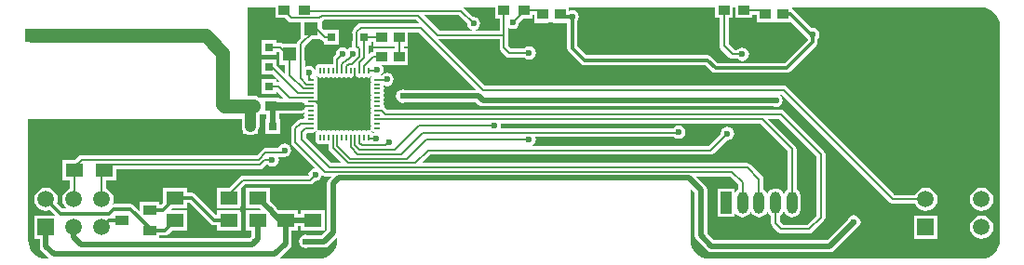
<source format=gbl>
G04 Layer_Physical_Order=2*
G04 Layer_Color=16711680*
%FSLAX44Y44*%
%MOMM*%
G71*
G01*
G75*
%ADD10R,0.7500X0.8000*%
%ADD11R,0.8000X0.7500*%
%ADD12R,1.0000X0.9500*%
%ADD13R,1.6002X1.2700*%
%ADD20C,0.2000*%
%ADD21C,0.5000*%
%ADD22C,1.0000*%
%ADD23R,1.0000X2.0000*%
%ADD24O,1.0000X2.0000*%
%ADD25C,1.5000*%
%ADD26R,1.5000X1.5000*%
%ADD27C,0.6000*%
%ADD28C,0.6600*%
%ADD29C,1.0000*%
%ADD30O,0.6500X0.2000*%
%ADD31O,0.2000X0.6500*%
%ADD32R,4.7000X4.7000*%
%ADD33R,1.3000X1.3000*%
%ADD34R,1.0000X1.0000*%
%ADD35R,1.2000X0.8500*%
%ADD36R,1.0000X0.8128*%
%ADD37C,0.3000*%
%ADD38C,0.8000*%
%ADD39C,1.0000*%
%ADD40C,1.2700*%
%ADD41R,0.7620X1.2700*%
G36*
X-261620Y40510D02*
X-257068D01*
Y36360D01*
X-258460D01*
Y22860D01*
X-244460D01*
Y36360D01*
X-245852D01*
Y40510D01*
X-245620D01*
Y41200D01*
X-226060D01*
X-224233Y41440D01*
X-222691Y42079D01*
X-222664Y42038D01*
X-222958Y41599D01*
X-223268Y40038D01*
X-222958Y38477D01*
X-222664Y38038D01*
X-222958Y37599D01*
X-223253Y36116D01*
X-226280D01*
X-226280Y36116D01*
X-227841Y35806D01*
X-229164Y34922D01*
X-233770Y30316D01*
X-234654Y28993D01*
X-234705Y28734D01*
X-234964Y27432D01*
X-234964Y27432D01*
Y15240D01*
X-234964Y15240D01*
X-234705Y13938D01*
X-234654Y13679D01*
X-233770Y12356D01*
X-213232Y-8182D01*
X-215193Y-8572D01*
X-217178Y-9898D01*
X-218504Y-11883D01*
X-218969Y-14224D01*
X-218911Y-14516D01*
X-219621Y-15226D01*
X-278384D01*
X-278384Y-15226D01*
X-279686Y-15485D01*
X-279945Y-15536D01*
X-281268Y-16420D01*
X-291312Y-26464D01*
X-302339D01*
Y-45164D01*
X-280337D01*
Y-27025D01*
X-276695Y-23382D01*
X-217932D01*
X-217932Y-23382D01*
X-216630Y-23123D01*
X-216371Y-23072D01*
X-215048Y-22188D01*
X-213144Y-20284D01*
X-212852Y-20341D01*
X-210511Y-19876D01*
X-208526Y-18550D01*
X-207200Y-16565D01*
X-206810Y-14604D01*
X-206722Y-14692D01*
X-206722Y-14692D01*
X-205399Y-15576D01*
X-205140Y-15627D01*
X-203838Y-15886D01*
X-203838Y-15886D01*
X-198061D01*
X-200561Y-18387D01*
X-201777Y-20206D01*
X-202204Y-22352D01*
Y-64733D01*
X-207047Y-69576D01*
X-219081D01*
X-219147Y-69532D01*
X-221488Y-69067D01*
X-223829Y-69532D01*
X-225814Y-70858D01*
X-227140Y-72843D01*
X-227605Y-75184D01*
X-227140Y-77525D01*
X-225814Y-79510D01*
X-223829Y-80836D01*
X-221488Y-81301D01*
X-219147Y-80836D01*
X-219081Y-80792D01*
X-204724D01*
X-202578Y-80365D01*
X-200759Y-79149D01*
X-192857Y-71248D01*
Y-74014D01*
X-192827Y-74166D01*
X-193134Y-77275D01*
X-194095Y-80444D01*
X-195656Y-83364D01*
X-197756Y-85924D01*
X-200316Y-88024D01*
X-203236Y-89585D01*
X-206405Y-90546D01*
X-209652Y-90866D01*
X-209700Y-90857D01*
X-245751D01*
X-245717Y-90833D01*
X-236065Y-81181D01*
X-234849Y-79362D01*
X-234422Y-77216D01*
Y-65230D01*
X-229029D01*
Y-61488D01*
X-226139D01*
Y-65230D01*
X-204137D01*
Y-46530D01*
X-226139D01*
Y-50272D01*
X-229029D01*
Y-46530D01*
X-246275D01*
X-247915Y-44891D01*
X-248710Y-43701D01*
X-254175Y-38235D01*
Y-26210D01*
X-276177D01*
Y-44910D01*
X-263362D01*
X-261742Y-46530D01*
X-276177D01*
Y-65230D01*
X-270784D01*
Y-70187D01*
X-271788Y-70858D01*
X-272580Y-72044D01*
X-354674D01*
Y-69866D01*
X-349758D01*
X-348002Y-69517D01*
X-346514Y-68522D01*
X-343221Y-65230D01*
X-329359D01*
Y-46530D01*
X-344841D01*
X-343221Y-44910D01*
X-329359D01*
Y-40148D01*
X-327020D01*
X-308044Y-59124D01*
X-306556Y-60119D01*
X-304800Y-60468D01*
X-302339D01*
Y-65484D01*
X-280337D01*
Y-46784D01*
X-302339D01*
Y-51292D01*
X-302899D01*
X-321876Y-32316D01*
X-323364Y-31321D01*
X-325120Y-30972D01*
X-329359D01*
Y-26210D01*
X-351361D01*
Y-40072D01*
X-353080Y-41792D01*
X-354620D01*
Y-39130D01*
X-372620D01*
Y-47612D01*
X-377756Y-42476D01*
X-379244Y-41481D01*
X-381000Y-41132D01*
X-396240D01*
X-397422Y-41367D01*
X-396678Y-39571D01*
X-396317Y-36830D01*
X-396678Y-34089D01*
X-397736Y-31535D01*
X-399419Y-29341D01*
X-401613Y-27658D01*
X-403084Y-27049D01*
Y-19764D01*
X-393621D01*
Y-9412D01*
X-263329D01*
X-263329Y-9412D01*
X-262027Y-9153D01*
X-261768Y-9102D01*
X-260445Y-8218D01*
X-257322Y-5094D01*
X-256459D01*
X-256294Y-5342D01*
X-254309Y-6668D01*
X-251968Y-7133D01*
X-249627Y-6668D01*
X-247642Y-5342D01*
X-246316Y-3357D01*
X-245851Y-1016D01*
X-246316Y1325D01*
X-246439Y1510D01*
X-243078D01*
X-243078Y1510D01*
X-241776Y1769D01*
X-241517Y1820D01*
X-241424Y1882D01*
X-240792Y1757D01*
X-238451Y2222D01*
X-236466Y3548D01*
X-235140Y5533D01*
X-234674Y7874D01*
X-235140Y10215D01*
X-236466Y12200D01*
X-238451Y13526D01*
X-240792Y13992D01*
X-243133Y13526D01*
X-245118Y12200D01*
X-246444Y10215D01*
X-246553Y9666D01*
X-258064D01*
X-259625Y9356D01*
X-260948Y8472D01*
X-260948Y8472D01*
X-266103Y3316D01*
X-425450D01*
X-427011Y3006D01*
X-428334Y2122D01*
X-428334Y2122D01*
X-431266Y-810D01*
X-442801D01*
Y-19510D01*
X-435878D01*
Y-26944D01*
X-437603Y-27658D01*
X-439797Y-29341D01*
X-441480Y-31535D01*
X-442538Y-34089D01*
X-442899Y-36830D01*
X-442538Y-39571D01*
X-441480Y-42125D01*
X-439797Y-44319D01*
X-438653Y-45196D01*
X-442854D01*
X-447771Y-40278D01*
X-447478Y-39571D01*
X-447117Y-36830D01*
X-447478Y-34089D01*
X-448536Y-31535D01*
X-450219Y-29341D01*
X-452413Y-27658D01*
X-454967Y-26600D01*
X-457708Y-26239D01*
X-460449Y-26600D01*
X-463003Y-27658D01*
X-465197Y-29341D01*
X-466880Y-31535D01*
X-467938Y-34089D01*
X-468299Y-36830D01*
X-467938Y-39571D01*
X-466880Y-42125D01*
X-465197Y-44319D01*
X-463003Y-46002D01*
X-460449Y-47060D01*
X-457708Y-47421D01*
X-454967Y-47060D01*
X-454260Y-46767D01*
X-449297Y-51730D01*
X-468208D01*
Y-72730D01*
X-463316D01*
Y-80010D01*
X-462889Y-82156D01*
X-461673Y-83975D01*
X-454815Y-90833D01*
X-454781Y-90857D01*
X-457200D01*
X-457248Y-90866D01*
X-460495Y-90546D01*
X-463664Y-89585D01*
X-466584Y-88024D01*
X-469144Y-85924D01*
X-471244Y-83364D01*
X-472805Y-80444D01*
X-473766Y-77275D01*
X-474086Y-74028D01*
X-474076Y-73980D01*
X-474076D01*
X-474076Y-73980D01*
Y36205D01*
X-279849D01*
Y29610D01*
X-279574Y27522D01*
X-278780Y25605D01*
Y22860D01*
X-276125D01*
X-275814Y22622D01*
X-273868Y21816D01*
X-271780Y21541D01*
X-269692Y21816D01*
X-267745Y22622D01*
X-267435Y22860D01*
X-264780D01*
Y25605D01*
X-263986Y27522D01*
X-263711Y29610D01*
Y40510D01*
X-261620D01*
Y43327D01*
X-261620Y43327D01*
Y40510D01*
D02*
G37*
G36*
X-176458Y76477D02*
X-175574Y75154D01*
X-174251Y74270D01*
X-172690Y73960D01*
X-171129Y74270D01*
X-170690Y74564D01*
X-170251Y74270D01*
X-168690Y73960D01*
X-167129Y74270D01*
X-166690Y74564D01*
X-166251Y74270D01*
X-164690Y73960D01*
X-163129Y74270D01*
X-161806Y75154D01*
X-161101Y76210D01*
X-159549D01*
X-159245Y76006D01*
X-160251Y75806D01*
X-161574Y74922D01*
X-162458Y73599D01*
X-162768Y72038D01*
X-162458Y70477D01*
X-162164Y70038D01*
X-162458Y69599D01*
X-162768Y68038D01*
X-162458Y66477D01*
X-162164Y66038D01*
X-162458Y65599D01*
X-162768Y64038D01*
X-162458Y62477D01*
X-162164Y62038D01*
X-162458Y61599D01*
X-162768Y60038D01*
X-162458Y58477D01*
X-162164Y58038D01*
X-162458Y57599D01*
X-162768Y56038D01*
X-162458Y54477D01*
X-162164Y54038D01*
X-162458Y53599D01*
X-162768Y52038D01*
X-162458Y50477D01*
X-162164Y50038D01*
X-162458Y49599D01*
X-162768Y48038D01*
X-162458Y46477D01*
X-162164Y46038D01*
X-162458Y45599D01*
X-162768Y44038D01*
X-162458Y42477D01*
X-162164Y42038D01*
X-162458Y41599D01*
X-162768Y40038D01*
X-162458Y38477D01*
X-162164Y38038D01*
X-162458Y37599D01*
X-162768Y36038D01*
X-162458Y34477D01*
X-162164Y34038D01*
X-162458Y33599D01*
X-162768Y32038D01*
X-162458Y30477D01*
X-162164Y30038D01*
X-162458Y29599D01*
X-162768Y28038D01*
X-162458Y26477D01*
X-161574Y25154D01*
X-160251Y24270D01*
X-159206Y24062D01*
X-159821Y23940D01*
X-160853Y23251D01*
X-160922Y23599D01*
X-161806Y24922D01*
X-163129Y25806D01*
X-164690Y26116D01*
X-166251Y25806D01*
X-166690Y25512D01*
X-167129Y25806D01*
X-168690Y26116D01*
X-170251Y25806D01*
X-170690Y25512D01*
X-171129Y25806D01*
X-172690Y26116D01*
X-174251Y25806D01*
X-174690Y25512D01*
X-175129Y25806D01*
X-176690Y26116D01*
X-178251Y25806D01*
X-178690Y25512D01*
X-179129Y25806D01*
X-180690Y26116D01*
X-182251Y25806D01*
X-182690Y25512D01*
X-183129Y25806D01*
X-184690Y26116D01*
X-186251Y25806D01*
X-186690Y25512D01*
X-187129Y25806D01*
X-188690Y26116D01*
X-190251Y25806D01*
X-190690Y25512D01*
X-191129Y25806D01*
X-192690Y26116D01*
X-194251Y25806D01*
X-194690Y25512D01*
X-195129Y25806D01*
X-196690Y26116D01*
X-198251Y25806D01*
X-198690Y25512D01*
X-199129Y25806D01*
X-200690Y26116D01*
X-202251Y25806D01*
X-202690Y25512D01*
X-203129Y25806D01*
X-204690Y26116D01*
X-206251Y25806D01*
X-206690Y25512D01*
X-207129Y25806D01*
X-208690Y26116D01*
X-210251Y25806D01*
X-211574Y24922D01*
X-212458Y23599D01*
X-212768Y22038D01*
Y17538D01*
X-212458Y15977D01*
X-211574Y14654D01*
X-210251Y13770D01*
X-208690Y13460D01*
X-207129Y13770D01*
X-206690Y14064D01*
X-206251Y13770D01*
X-204690Y13460D01*
X-203129Y13770D01*
X-202690Y14064D01*
X-202251Y13770D01*
X-200768Y13475D01*
Y10254D01*
X-200768Y10254D01*
X-200509Y8952D01*
X-200458Y8693D01*
X-199574Y7370D01*
X-188519Y-3685D01*
X-191812D01*
X-191951Y-3712D01*
X-198546D01*
X-221220Y18961D01*
Y23069D01*
X-220329Y23960D01*
X-214690D01*
X-213129Y24270D01*
X-211806Y25154D01*
X-210922Y26477D01*
X-210612Y28038D01*
X-210922Y29599D01*
X-211216Y30038D01*
X-210922Y30477D01*
X-210612Y32038D01*
X-210922Y33599D01*
X-211216Y34038D01*
X-210922Y34477D01*
X-210612Y36038D01*
X-210922Y37599D01*
X-211216Y38038D01*
X-210922Y38477D01*
X-210612Y40038D01*
X-210922Y41599D01*
X-211216Y42038D01*
X-210922Y42477D01*
X-210612Y44038D01*
X-210922Y45599D01*
X-211216Y46038D01*
X-210922Y46477D01*
X-210612Y48038D01*
X-210922Y49599D01*
X-211806Y50922D01*
X-213129Y51806D01*
X-214296Y52038D01*
X-213129Y52270D01*
X-211806Y53154D01*
X-210922Y54477D01*
X-210612Y56038D01*
X-210922Y57599D01*
X-211216Y58038D01*
X-210922Y58477D01*
X-210612Y60038D01*
X-210922Y61599D01*
X-211216Y62038D01*
X-210922Y62477D01*
X-210612Y64038D01*
X-210922Y65599D01*
X-211216Y66038D01*
X-210922Y66477D01*
X-210612Y68038D01*
X-210922Y69599D01*
X-211216Y70038D01*
X-210922Y70477D01*
X-210612Y72038D01*
X-210922Y73599D01*
X-211806Y74922D01*
X-213129Y75806D01*
X-213178Y75816D01*
X-212788Y76399D01*
X-212615Y77268D01*
X-212458Y76477D01*
X-211574Y75154D01*
X-210251Y74270D01*
X-208690Y73960D01*
X-207129Y74270D01*
X-206690Y74564D01*
X-206251Y74270D01*
X-204690Y73960D01*
X-203129Y74270D01*
X-202690Y74564D01*
X-202251Y74270D01*
X-200690Y73960D01*
X-199129Y74270D01*
X-198690Y74564D01*
X-198251Y74270D01*
X-196690Y73960D01*
X-195129Y74270D01*
X-194690Y74564D01*
X-194251Y74270D01*
X-192690Y73960D01*
X-191129Y74270D01*
X-190690Y74564D01*
X-190251Y74270D01*
X-188690Y73960D01*
X-187129Y74270D01*
X-186690Y74564D01*
X-186251Y74270D01*
X-184690Y73960D01*
X-183129Y74270D01*
X-182690Y74564D01*
X-182251Y74270D01*
X-180690Y73960D01*
X-179129Y74270D01*
X-177806Y75154D01*
X-176922Y76477D01*
X-176690Y77644D01*
X-176458Y76477D01*
D02*
G37*
G36*
X243064Y2375D02*
Y-51397D01*
X234531Y-59930D01*
X212763D01*
X209878Y-57045D01*
Y-51934D01*
X211506Y-50686D01*
X212788Y-49015D01*
X213300Y-47778D01*
X213812Y-49015D01*
X215094Y-50686D01*
X216765Y-51968D01*
X218712Y-52774D01*
X220800Y-53049D01*
X222888Y-52774D01*
X224834Y-51968D01*
X226506Y-50686D01*
X227788Y-49015D01*
X228594Y-47068D01*
X228869Y-44980D01*
Y-34980D01*
X228594Y-32892D01*
X227788Y-30945D01*
X226506Y-29274D01*
X224878Y-28026D01*
Y9070D01*
X224878Y9070D01*
X224619Y10372D01*
X224568Y10631D01*
X223684Y11954D01*
X223684Y11954D01*
X199076Y36562D01*
X208877D01*
X243064Y2375D01*
D02*
G37*
G36*
X216722Y7381D02*
Y-28026D01*
X215094Y-29274D01*
X213812Y-30945D01*
X213300Y-32182D01*
X212788Y-30945D01*
X211506Y-29274D01*
X209834Y-27992D01*
X207888Y-27186D01*
X205800Y-26911D01*
X203712Y-27186D01*
X201765Y-27992D01*
X200094Y-29274D01*
X198812Y-30945D01*
X198300Y-32182D01*
X197788Y-30945D01*
X196506Y-29274D01*
X194878Y-28026D01*
Y-18334D01*
X194568Y-16773D01*
X193684Y-15450D01*
X193684Y-15450D01*
X183113Y-4879D01*
X181790Y-3995D01*
X181531Y-3944D01*
X180229Y-3685D01*
X180229Y-3685D01*
X114849D01*
X114623Y-3730D01*
X-116072D01*
X-108547Y3796D01*
X146812D01*
X146812Y3796D01*
X148114Y4055D01*
X148373Y4106D01*
X149696Y4990D01*
X161760Y17055D01*
X162052Y16997D01*
X164393Y17462D01*
X166378Y18788D01*
X167704Y20773D01*
X168169Y23114D01*
X167704Y25455D01*
X166378Y27440D01*
X164393Y28766D01*
X162052Y29232D01*
X159711Y28766D01*
X157726Y27440D01*
X156400Y25455D01*
X155934Y23114D01*
X155992Y22822D01*
X145123Y11952D01*
X-16831D01*
X-15947Y12128D01*
X-13962Y13454D01*
X-12636Y15439D01*
X-12170Y17780D01*
X-12591Y19894D01*
X113523D01*
X115261Y18732D01*
X117602Y18267D01*
X119943Y18732D01*
X121928Y20058D01*
X123254Y22043D01*
X123720Y24384D01*
X123254Y26725D01*
X121928Y28710D01*
X119943Y30036D01*
X117602Y30501D01*
X115261Y30036D01*
X113276Y28710D01*
X112836Y28050D01*
X-44303D01*
X-43920Y29972D01*
X-44316Y31960D01*
X192143D01*
X216722Y7381D01*
D02*
G37*
G36*
X396096Y137586D02*
X399264Y136625D01*
X402184Y135064D01*
X404744Y132964D01*
X406845Y130404D01*
X408406Y127484D01*
X409367Y124315D01*
X409687Y121068D01*
X409677Y121020D01*
Y-73980D01*
X409687Y-74028D01*
X409367Y-77275D01*
X408406Y-80444D01*
X406845Y-83364D01*
X404744Y-85924D01*
X402184Y-88024D01*
X399264Y-89585D01*
X396096Y-90546D01*
X392849Y-90866D01*
X392800Y-90857D01*
X145300D01*
X145252Y-90866D01*
X142005Y-90546D01*
X138836Y-89585D01*
X135916Y-88024D01*
X133357Y-85924D01*
X131256Y-83364D01*
X129695Y-80444D01*
X128734Y-77275D01*
X128414Y-74028D01*
X128424Y-73980D01*
Y-31980D01*
X128390Y-31808D01*
Y-27014D01*
X128399D01*
X128375Y-26832D01*
X132314Y-30771D01*
Y-69850D01*
X132741Y-71996D01*
X133957Y-73815D01*
X143609Y-83467D01*
X145428Y-84683D01*
X147574Y-85110D01*
X255016D01*
X257162Y-84683D01*
X258981Y-83467D01*
X279377Y-63071D01*
X279455Y-63056D01*
X281440Y-61730D01*
X282766Y-59745D01*
X283232Y-57404D01*
X282766Y-55063D01*
X281440Y-53078D01*
X279455Y-51752D01*
X277114Y-51287D01*
X274773Y-51752D01*
X272788Y-53078D01*
X271462Y-55063D01*
X271447Y-55141D01*
X252693Y-73894D01*
X149897D01*
X143530Y-67527D01*
Y-28448D01*
X143103Y-26302D01*
X141887Y-24483D01*
X133246Y-15841D01*
X164252D01*
X171722Y-23311D01*
Y-28026D01*
X170094Y-29274D01*
X168812Y-30945D01*
X168800Y-30975D01*
Y-26980D01*
X152800D01*
Y-52980D01*
X168800D01*
Y-48986D01*
X168812Y-49015D01*
X170094Y-50686D01*
X171765Y-51968D01*
X173712Y-52774D01*
X175800Y-53049D01*
X177888Y-52774D01*
X179834Y-51968D01*
X181506Y-50686D01*
X182788Y-49015D01*
X183300Y-47778D01*
X183812Y-49015D01*
X185094Y-50686D01*
X186765Y-51968D01*
X188712Y-52774D01*
X190800Y-53049D01*
X192888Y-52774D01*
X194834Y-51968D01*
X196506Y-50686D01*
X197788Y-49015D01*
X198300Y-47778D01*
X198812Y-49015D01*
X200094Y-50686D01*
X201722Y-51934D01*
Y-58734D01*
X201722Y-58734D01*
X201981Y-60036D01*
X202032Y-60295D01*
X202916Y-61618D01*
X208190Y-66892D01*
X208190Y-66892D01*
X209513Y-67776D01*
X211074Y-68086D01*
X236220D01*
X236220Y-68086D01*
X237522Y-67827D01*
X237781Y-67776D01*
X239104Y-66892D01*
X250026Y-55970D01*
X250026Y-55970D01*
X250910Y-54647D01*
X250961Y-54388D01*
X251220Y-53086D01*
X251220Y-53086D01*
Y4064D01*
X251220Y4064D01*
X250910Y5625D01*
X250617Y6064D01*
X250026Y6948D01*
X250026Y6948D01*
X213450Y43524D01*
X212127Y44408D01*
X211868Y44459D01*
X210566Y44718D01*
X210566Y44718D01*
X-147446D01*
X-149649Y46922D01*
X-150253Y47326D01*
X-150112Y48038D01*
X-150422Y49599D01*
X-150716Y50038D01*
X-150422Y50477D01*
X-150112Y52038D01*
X-150422Y53599D01*
X-150716Y54038D01*
X-150422Y54477D01*
X-150112Y56038D01*
X-150422Y57599D01*
X-150716Y58038D01*
X-150422Y58477D01*
X-150112Y60038D01*
X-150422Y61599D01*
X-150716Y62038D01*
X-150422Y62477D01*
X-150112Y64038D01*
X-150422Y65599D01*
X-150716Y66038D01*
X-150422Y66477D01*
X-150317Y67007D01*
X-149915Y66738D01*
X-147574Y66273D01*
X-145233Y66738D01*
X-143248Y68064D01*
X-141922Y70049D01*
X-141456Y72390D01*
X-141922Y74731D01*
X-143248Y76716D01*
X-145233Y78042D01*
X-147574Y78507D01*
X-149915Y78042D01*
X-151900Y76716D01*
X-152300Y76116D01*
X-154026D01*
X-152392Y77208D01*
X-151066Y79193D01*
X-150601Y81534D01*
X-151066Y83875D01*
X-152130Y85468D01*
X-144398D01*
Y100968D01*
X-160398D01*
Y97272D01*
X-161576Y97037D01*
X-161835Y96986D01*
X-163158Y96102D01*
X-163158Y96102D01*
X-164286Y94974D01*
Y103490D01*
X-161614D01*
Y106412D01*
X-160398D01*
Y102740D01*
X-144398D01*
Y115302D01*
X-144398D01*
Y102740D01*
X-140476D01*
Y100968D01*
X-144398D01*
Y85468D01*
X-128398D01*
Y100968D01*
X-132320D01*
Y102740D01*
X-128398D01*
Y115302D01*
X-118783D01*
X-66239Y62758D01*
X-130943D01*
X-131009Y62802D01*
X-133350Y63267D01*
X-135691Y62802D01*
X-137676Y61476D01*
X-139002Y59491D01*
X-139467Y57150D01*
X-139002Y54809D01*
X-137676Y52824D01*
X-135691Y51498D01*
X-133350Y51033D01*
X-131009Y51498D01*
X-130943Y51542D01*
X-66585D01*
X-64417Y49375D01*
X-62598Y48159D01*
X-60452Y47732D01*
X203841D01*
X203907Y47688D01*
X206248Y47222D01*
X208589Y47688D01*
X210574Y49014D01*
X211900Y50999D01*
X212365Y53340D01*
X211900Y55681D01*
X210574Y57666D01*
X209086Y58660D01*
X211417D01*
X309790Y-39714D01*
X309790Y-39714D01*
X311113Y-40598D01*
X312674Y-40908D01*
X332716D01*
X333220Y-42125D01*
X334903Y-44319D01*
X337097Y-46002D01*
X339651Y-47060D01*
X342392Y-47421D01*
X345133Y-47060D01*
X347687Y-46002D01*
X349881Y-44319D01*
X351564Y-42125D01*
X352622Y-39571D01*
X352983Y-36830D01*
X352622Y-34089D01*
X351564Y-31535D01*
X349881Y-29341D01*
X347687Y-27658D01*
X345133Y-26600D01*
X342392Y-26239D01*
X339651Y-26600D01*
X337097Y-27658D01*
X334903Y-29341D01*
X333220Y-31535D01*
X332716Y-32752D01*
X314363D01*
X215990Y65622D01*
X214667Y66506D01*
X214408Y66557D01*
X213106Y66816D01*
X213106Y66816D01*
X-58763D01*
X-100644Y108698D01*
X-45242D01*
Y101108D01*
X-45242Y101108D01*
X-44984Y99806D01*
X-44932Y99547D01*
X-44048Y98224D01*
X-39206Y93382D01*
X-37883Y92498D01*
X-37624Y92447D01*
X-36322Y92188D01*
X-36322Y92188D01*
X-22779D01*
X-22614Y91940D01*
X-20629Y90614D01*
X-18288Y90148D01*
X-15947Y90614D01*
X-13962Y91940D01*
X-12636Y93925D01*
X-12170Y96266D01*
X-12636Y98607D01*
X-13962Y100592D01*
X-15947Y101918D01*
X-18288Y102383D01*
X-20629Y101918D01*
X-22614Y100592D01*
X-22779Y100344D01*
X-34633D01*
X-37086Y102797D01*
Y112776D01*
Y119791D01*
X-35615Y118808D01*
X-33274Y118343D01*
X-30933Y118808D01*
X-28948Y120134D01*
X-27622Y122119D01*
X-27157Y124460D01*
X-27218Y124772D01*
X-23914Y128076D01*
X-15164D01*
Y131062D01*
X-13968D01*
Y123822D01*
X2032D01*
Y137897D01*
X2032D01*
Y123822D01*
X16240D01*
Y100942D01*
X16589Y99186D01*
X17584Y97698D01*
X28760Y86522D01*
X30248Y85527D01*
X32004Y85178D01*
X142268D01*
X147886Y79560D01*
X149374Y78565D01*
X151130Y78216D01*
X215646D01*
X217402Y78565D01*
X218890Y79560D01*
X242766Y103436D01*
X243761Y104924D01*
X244110Y106680D01*
Y109351D01*
X245174Y110943D01*
X245639Y113284D01*
X245174Y115625D01*
X243848Y117610D01*
X241863Y118936D01*
X239522Y119402D01*
X238560Y119210D01*
X222446Y135324D01*
X220958Y136319D01*
X220724Y136365D01*
Y137897D01*
X392800D01*
X392849Y137906D01*
X396096Y137586D01*
D02*
G37*
G36*
X-117796Y123458D02*
X-171467D01*
X-171467Y123458D01*
X-172768Y123199D01*
X-173027Y123148D01*
X-174350Y122264D01*
X-174350Y122264D01*
X-177998Y118617D01*
X-178882Y117293D01*
X-178933Y117034D01*
X-179192Y115733D01*
X-179192Y115732D01*
Y102306D01*
X-179192Y102306D01*
X-179105Y101868D01*
X-181411Y101410D01*
X-183396Y100084D01*
X-183642Y99715D01*
X-183888Y100084D01*
X-185873Y101410D01*
X-188214Y101875D01*
X-190555Y101410D01*
X-192540Y100084D01*
X-193866Y98099D01*
X-194331Y95758D01*
X-194180Y94997D01*
X-195574Y93603D01*
X-196458Y92280D01*
X-196509Y92021D01*
X-196768Y90719D01*
X-196768Y90719D01*
Y86601D01*
X-198251Y86306D01*
X-198690Y86012D01*
X-199129Y86306D01*
X-200690Y86616D01*
X-202251Y86306D01*
X-202690Y86012D01*
X-203129Y86306D01*
X-204690Y86616D01*
X-206251Y86306D01*
X-206690Y86012D01*
X-207129Y86306D01*
X-208690Y86616D01*
X-210251Y86306D01*
X-211574Y85422D01*
X-212458Y84099D01*
X-212768Y82538D01*
Y80982D01*
X-212788Y81081D01*
X-214114Y83066D01*
X-216099Y84392D01*
X-218440Y84858D01*
X-220781Y84392D01*
X-221982Y83590D01*
Y102705D01*
X-215936Y108750D01*
X-207990D01*
X-207246Y108006D01*
X-205923Y107122D01*
X-205120Y106962D01*
Y104140D01*
X-191120D01*
Y117640D01*
X-205120D01*
Y117416D01*
X-207020Y119316D01*
Y124963D01*
X-206462Y125336D01*
X-205321Y126478D01*
X-120815D01*
X-117796Y123458D01*
D02*
G37*
G36*
X204724Y124330D02*
X220463D01*
X233910Y110884D01*
X234934Y109351D01*
Y108581D01*
X213745Y87392D01*
X153031D01*
X147412Y93010D01*
X145924Y94005D01*
X144168Y94354D01*
X33905D01*
X25416Y102843D01*
Y125607D01*
X26480Y127199D01*
X26946Y129540D01*
X26480Y131881D01*
X25154Y133866D01*
X23169Y135192D01*
X20828Y135658D01*
X18487Y135192D01*
X18032Y134888D01*
Y137897D01*
X150920D01*
Y128220D01*
X154842D01*
Y102954D01*
X154842Y102954D01*
X155101Y101652D01*
X155152Y101393D01*
X156036Y100070D01*
X163740Y92366D01*
X163740Y92366D01*
X165063Y91482D01*
X166624Y91172D01*
X171023D01*
X171188Y90924D01*
X173173Y89598D01*
X175514Y89132D01*
X177855Y89598D01*
X179840Y90924D01*
X181166Y92909D01*
X181632Y95250D01*
X181166Y97591D01*
X179840Y99576D01*
X177855Y100902D01*
X175514Y101368D01*
X173173Y100902D01*
X171188Y99576D01*
X171023Y99328D01*
X168313D01*
X162998Y104643D01*
Y128220D01*
X166920D01*
Y137897D01*
X168920D01*
Y128220D01*
X184920D01*
Y131206D01*
X188724D01*
Y124330D01*
X204724D01*
Y137897D01*
X204724D01*
Y124330D01*
D02*
G37*
G36*
X-249130Y128220D02*
X-240380D01*
X-237496Y125336D01*
X-236173Y124452D01*
X-235914Y124401D01*
X-234612Y124142D01*
X-234612Y124142D01*
X-226020D01*
Y110202D01*
X-228591Y107631D01*
X-229475Y106307D01*
X-229527Y106049D01*
X-229531Y106028D01*
X-229828Y105584D01*
X-229879Y105325D01*
X-229994Y104750D01*
X-242131D01*
X-243055Y105368D01*
X-243314Y105419D01*
X-244616Y105678D01*
X-244616Y105678D01*
X-248120D01*
Y108600D01*
X-261620D01*
Y94600D01*
X-248120D01*
Y97522D01*
X-246305D01*
X-245720Y96936D01*
Y85750D01*
X-240242D01*
Y77354D01*
X-248120Y85232D01*
Y90820D01*
X-261620D01*
Y76820D01*
X-251244D01*
X-234540Y60116D01*
X-234689D01*
X-243496Y68924D01*
X-244819Y69808D01*
X-245078Y69859D01*
X-246380Y70118D01*
X-246380Y70118D01*
X-248120D01*
Y73040D01*
X-261620D01*
Y59040D01*
X-248120D01*
Y61962D01*
X-248069D01*
X-241428Y55320D01*
X-245620D01*
Y56010D01*
X-261620D01*
Y53193D01*
X-261620Y53193D01*
Y56010D01*
X-264361D01*
X-264905Y56427D01*
X-267179Y57369D01*
X-269620Y57691D01*
X-274101D01*
X-274066Y137897D01*
X-249130D01*
Y128220D01*
D02*
G37*
G36*
X-49164Y128076D02*
X-45242D01*
Y116854D01*
X-99657D01*
X-113598Y130796D01*
X-82207D01*
X-74893Y123482D01*
X-74952Y123190D01*
X-74486Y120849D01*
X-73160Y118864D01*
X-71175Y117538D01*
X-68834Y117072D01*
X-66493Y117538D01*
X-64508Y118864D01*
X-63182Y120849D01*
X-62716Y123190D01*
X-63182Y125531D01*
X-64508Y127516D01*
X-66493Y128842D01*
X-68834Y129307D01*
X-69126Y129249D01*
X-77634Y137758D01*
X-77842Y137897D01*
X-49164D01*
Y128076D01*
D02*
G37*
%LPC*%
G36*
X393192Y-51639D02*
X390451Y-52000D01*
X387897Y-53058D01*
X385703Y-54741D01*
X384020Y-56935D01*
X382962Y-59489D01*
X382601Y-62230D01*
X382962Y-64971D01*
X384020Y-67525D01*
X385703Y-69719D01*
X387897Y-71402D01*
X390451Y-72460D01*
X393192Y-72821D01*
X395933Y-72460D01*
X398487Y-71402D01*
X400681Y-69719D01*
X402364Y-67525D01*
X403422Y-64971D01*
X403783Y-62230D01*
X403422Y-59489D01*
X402364Y-56935D01*
X400681Y-54741D01*
X398487Y-53058D01*
X395933Y-52000D01*
X393192Y-51639D01*
D02*
G37*
G36*
X352892Y-51730D02*
X331892D01*
Y-72730D01*
X352892D01*
Y-51730D01*
D02*
G37*
G36*
X393192Y-26239D02*
X390451Y-26600D01*
X387897Y-27658D01*
X385703Y-29341D01*
X384020Y-31535D01*
X382962Y-34089D01*
X382601Y-36830D01*
X382962Y-39571D01*
X384020Y-42125D01*
X385703Y-44319D01*
X387897Y-46002D01*
X390451Y-47060D01*
X393192Y-47421D01*
X395933Y-47060D01*
X398487Y-46002D01*
X400681Y-44319D01*
X402364Y-42125D01*
X403422Y-39571D01*
X403783Y-36830D01*
X403422Y-34089D01*
X402364Y-31535D01*
X400681Y-29341D01*
X398487Y-27658D01*
X395933Y-26600D01*
X393192Y-26239D01*
D02*
G37*
%LPD*%
D10*
X-268370Y66040D02*
D03*
X-254870D02*
D03*
X-268370Y83820D02*
D03*
X-254870D02*
D03*
X-268370Y101600D02*
D03*
X-254870D02*
D03*
X-168364Y110490D02*
D03*
X-181864D02*
D03*
D11*
X-271780Y16110D02*
D03*
Y29610D02*
D03*
X-251460D02*
D03*
Y16110D02*
D03*
X-198120Y97390D02*
D03*
Y110890D02*
D03*
D12*
X-253620Y48260D02*
D03*
X-269620D02*
D03*
X-136398Y93218D02*
D03*
X-152398D02*
D03*
Y110490D02*
D03*
X-136398D02*
D03*
X196724Y132080D02*
D03*
X212724D02*
D03*
X10032Y131572D02*
D03*
X-5968D02*
D03*
D13*
X-215138Y-55880D02*
D03*
Y-35560D02*
D03*
X-240030Y-35560D02*
D03*
Y-55880D02*
D03*
X-265176Y-55880D02*
D03*
Y-35560D02*
D03*
X-431800Y10160D02*
D03*
Y-10160D02*
D03*
X-404622Y9906D02*
D03*
Y-10414D02*
D03*
X-340360Y-35560D02*
D03*
Y-55880D02*
D03*
X-291338Y-56134D02*
D03*
Y-35814D02*
D03*
D20*
X-224410Y133350D02*
X-223950Y133810D01*
X-216520Y119012D02*
X-216330Y118822D01*
X210566Y40640D02*
X247142Y4064D01*
X-152533Y44038D02*
X-149135Y40640D01*
X-156440Y44038D02*
X-152533D01*
X175514Y95250D02*
Y95504D01*
X175006Y96012D02*
X175514Y95504D01*
X-236164Y76398D02*
Y93148D01*
X-254870Y101600D02*
X-244616D01*
X-252476Y83820D02*
X-228694Y60038D01*
X-254870Y83820D02*
X-252476D01*
X-225707Y104747D02*
X-215385Y115069D01*
X-225707Y104376D02*
Y104747D01*
X-226060Y104023D02*
X-225707Y104376D01*
X-226060Y73251D02*
Y104023D01*
X-175114Y102306D02*
Y115733D01*
Y102306D02*
X-173070Y100262D01*
Y93273D02*
Y100262D01*
X-179805Y86538D02*
X-173070Y93273D01*
X-223804Y64038D02*
X-216940D01*
X-236164Y76398D02*
X-223804Y64038D01*
X-228694Y60038D02*
X-216940D01*
X-236378Y56038D02*
X-216940D01*
X-226060Y73251D02*
X-220847Y68038D01*
X-216940D01*
X-60452Y62738D02*
X213106D01*
X-225425Y133350D02*
X-224965Y133810D01*
X-204362Y110890D02*
X-200660D01*
X-211081Y117609D02*
X-204362Y110890D01*
X-215385Y117609D02*
X-211081D01*
X-192690Y90719D02*
X-188214Y95195D01*
X-192690Y80288D02*
Y90719D01*
X-188690Y85852D02*
X-184004Y90538D01*
X-188690Y80288D02*
Y85852D01*
X-184690Y84195D02*
X-182347Y86538D01*
X-184690Y80288D02*
Y84195D01*
X-179070Y94742D02*
Y95758D01*
X-168364Y92322D02*
Y110490D01*
X-188690Y52038D02*
X-186690Y50038D01*
X-246380Y66040D02*
X-236378Y56038D01*
X-254870Y66040D02*
X-246380D01*
X-112014Y17780D02*
X-18288D01*
X-129602Y192D02*
X-112014Y17780D01*
X-172434Y192D02*
X-129602D01*
X-134746Y4192D02*
X-114966Y23972D01*
X-140398Y8192D02*
X-118618Y29972D01*
X-121918Y-3808D02*
X-110236Y7874D01*
X-169120Y8192D02*
X-140398D01*
X-170777Y4192D02*
X-134746D01*
X-174091Y-3808D02*
X-121918D01*
X-172478Y8209D02*
X-169137D01*
X-174135Y4209D02*
X-170794D01*
X-167463Y12192D02*
X-149098D01*
X-167481Y12209D02*
X-167463Y12192D01*
X-170197Y12209D02*
X-167481D01*
X-172690Y14702D02*
X-170197Y12209D01*
X-169137Y8209D02*
X-169120Y8192D01*
X-170794Y4209D02*
X-170777Y4192D01*
X-172451Y209D02*
X-172434Y192D01*
X-174108Y-3791D02*
X-174091Y-3808D01*
X-163190Y18288D02*
X-157480D01*
X-164690Y19788D02*
X-163190Y18288D01*
X146812Y7874D02*
X162052Y23114D01*
X-110236Y7874D02*
X146812D01*
X193832Y36038D02*
X220800Y9070D01*
X213106Y62738D02*
X312674Y-36830D01*
X-114966Y23972D02*
X117190D01*
X-118618Y29972D02*
X-50038D01*
X117190Y23972D02*
X117602Y24384D01*
X-180690Y10764D02*
X-174135Y4209D01*
X-176690Y12421D02*
X-172478Y8209D01*
X-225298Y17272D02*
X-200235Y-7791D01*
X-196690Y10254D02*
Y19788D01*
X-192690Y11911D02*
Y19788D01*
X-136398Y93218D02*
Y110490D01*
X-176690Y12421D02*
Y19788D01*
X-180690Y10764D02*
Y19788D01*
X-172690Y14702D02*
Y19788D01*
X211074Y-64008D02*
X236220D01*
X205800Y-58734D02*
X211074Y-64008D01*
X205800Y-58734D02*
Y-39980D01*
X312674Y-36830D02*
X342392D01*
X-215138Y-35560D02*
X-215138Y-35560D01*
X-278384Y-19304D02*
X-217932D01*
X-291338Y-32258D02*
X-278384Y-19304D01*
X-291338Y-35560D02*
Y-32258D01*
X-217932Y-19304D02*
X-212852Y-14224D01*
X-230886Y27432D02*
X-226280Y32038D01*
X-230886Y15240D02*
Y27432D01*
X-225298Y17272D02*
Y24758D01*
X-222018Y28038D01*
X-243078Y5588D02*
X-240792Y7874D01*
X-258064Y5588D02*
X-243078D01*
X-264414Y-762D02*
X-258064Y5588D01*
X-399542Y-5334D02*
X-263329D01*
X-259011Y-1016D01*
X-251968D01*
X-425450Y-762D02*
X-264414D01*
X-404622Y-10414D02*
X-399542Y-5334D01*
X-431800Y-7112D02*
X-425450Y-762D01*
X-431800Y-10160D02*
Y-7112D01*
X-407162Y-12954D02*
X-404622Y-10414D01*
X-407162Y-36576D02*
Y-12954D01*
Y-36576D02*
X-406908Y-36830D01*
X-432308D02*
X-431800Y-36322D01*
Y-10160D01*
X-175114Y115733D02*
X-171467Y119380D01*
X-168364Y110490D02*
X-152398D01*
X-172690Y87996D02*
X-168364Y92322D01*
X-182347Y86538D02*
X-179805D01*
X-183274Y90538D02*
X-179070Y94742D01*
X-184004Y90538D02*
X-183274D01*
X-172690Y80288D02*
Y87996D01*
X-226280Y32038D02*
X-216940D01*
X-222018Y28038D02*
X-216940D01*
X-188214Y95195D02*
Y95758D01*
X-180690Y56038D02*
X-176690Y60038D01*
X-186690Y50038D02*
X-180690Y56038D01*
X-183896Y110490D02*
X-181864D01*
X-160274Y93218D02*
X-152398D01*
X-168690Y84802D02*
X-160274Y93218D01*
X-168690Y80288D02*
Y84802D01*
X-157964Y80288D02*
X-156718Y81534D01*
X-164690Y80288D02*
X-157964D01*
X-164690D02*
X-164592Y80386D01*
X-147926Y72038D02*
X-147574Y72390D01*
X-156440Y72038D02*
X-147926D01*
X-218440Y73538D02*
X-216940Y72038D01*
X-218440Y73538D02*
Y78740D01*
X-231140Y48038D02*
X-216940D01*
X-253620Y48260D02*
X-253398Y48038D01*
X-171467Y119380D02*
X-117094D01*
X-60452Y62738D01*
X-223130Y135284D02*
X-222720Y134874D01*
X-33274Y124460D02*
Y124484D01*
X-23164Y134594D02*
Y135140D01*
X-33274Y124484D02*
X-23164Y134594D01*
X-41164Y101108D02*
X-36322Y96266D01*
X-18288D01*
X-180848Y111506D02*
Y121412D01*
X-181864Y110490D02*
X-180848Y111506D01*
X-222720Y134874D02*
X-80518D01*
X-209346Y128220D02*
X-207010Y130556D01*
X-119126D01*
X-101346Y112776D01*
X-41164D01*
Y101108D02*
Y112776D01*
Y135140D01*
X166624Y95250D02*
X175514D01*
X158920Y102954D02*
X166624Y95250D01*
X158920Y102954D02*
Y135284D01*
X-23164Y135140D02*
X-9536D01*
X-5968Y131572D01*
X176920Y135284D02*
X193520D01*
X196724Y132080D01*
X-241130Y135284D02*
X-238880D01*
X-234612Y128220D02*
X-209346D01*
X-238880Y132488D02*
X-234612Y128220D01*
X-240030Y-35560D02*
X-215138D01*
X-156440Y36038D02*
X193832D01*
X-149135Y40640D02*
X210566D01*
X-80518Y134874D02*
X-68834Y123190D01*
X-51054Y29464D02*
X-50800Y29210D01*
X-149098Y12192D02*
X-146177Y15113D01*
X-216464Y118688D02*
X-215385Y117609D01*
X-244616Y101600D02*
X-236164Y93148D01*
X236220Y-64008D02*
X247142Y-53086D01*
Y4064D01*
X220800Y-39980D02*
Y9070D01*
X190800Y-39980D02*
Y-18334D01*
X175800Y-39980D02*
Y-21622D01*
X-200235Y-7791D02*
X-191840D01*
X-191812Y-7763D01*
X-180799D01*
X-196690Y10254D02*
X-182673Y-3763D01*
X-179142D01*
X-179114Y-3791D01*
X-174108D01*
X-192690Y11911D02*
X-181016Y237D01*
X-177485D01*
X-177458Y209D01*
X-172451D01*
X114849Y-7763D02*
X180229D01*
X-180799D02*
X-180754Y-7808D01*
X114804D01*
X114849Y-7763D01*
X116506Y-11763D02*
X165941D01*
X116461Y-11808D02*
X116506Y-11763D01*
X165941D02*
X175800Y-21622D01*
X180229Y-7763D02*
X190800Y-18334D01*
X-238880Y132488D02*
Y135284D01*
X-182456Y-11763D02*
X-182411Y-11808D01*
X-190001Y-11763D02*
X-182456D01*
X-190046Y-11808D02*
X-190001Y-11763D01*
X-182411Y-11808D02*
X116461D01*
X-203838D02*
X-190046D01*
X-230886Y15240D02*
X-203838Y-11808D01*
X-216940Y52038D02*
X-188690D01*
X-216464Y93148D02*
X-213092Y96520D01*
X-197866D01*
X-183896Y110490D01*
X-176690Y60038D02*
Y80288D01*
D21*
X-265176Y-35560D02*
X-264781D01*
X-252675Y-47666D01*
Y-48061D02*
Y-47666D01*
Y-48061D02*
X-244856Y-55880D01*
X-240030D01*
X-60452Y53340D02*
X206248D01*
X-64262Y57150D02*
X-60452Y53340D01*
X-133350Y57150D02*
X-64262D01*
X147574Y-79502D02*
X255016D01*
X277114Y-57404D01*
X137922Y-69850D02*
X147574Y-79502D01*
X137922Y-69850D02*
Y-28448D01*
X-204724Y-75184D02*
X-196596Y-67056D01*
X-221488Y-75184D02*
X-204724D01*
X-267462D02*
X-265176Y-72898D01*
X-269930Y-77652D02*
X-267462Y-75184D01*
X-265176Y-72898D02*
Y-55880D01*
X-426030Y-77652D02*
X-269930D01*
X-450850Y-86868D02*
X-249682D01*
X-240030Y-77216D01*
Y-55880D01*
X-215138D02*
X-215138Y-55880D01*
X-240030Y-55880D02*
X-215138D01*
X-457708Y-80010D02*
X-450850Y-86868D01*
X-457708Y-80010D02*
Y-62230D01*
X-432308Y-71374D02*
X-426030Y-77652D01*
X-432308Y-71374D02*
Y-62230D01*
X-251460Y29610D02*
Y46100D01*
X118891Y-17308D02*
X118936Y-17263D01*
X126737D01*
X137922Y-28448D01*
X-184734Y-17263D02*
X-184689Y-17308D01*
X-187723Y-17263D02*
X-184734D01*
X-187768Y-17308D02*
X-187723Y-17263D01*
X-184689Y-17308D02*
X118891D01*
X-196596Y-67056D02*
Y-22352D01*
X-191552Y-17308D01*
X-187768D01*
D22*
X-180690Y44038D02*
D03*
X-192690D02*
D03*
X-180690Y56038D02*
D03*
X-192690D02*
D03*
D23*
X160800Y-39980D02*
D03*
D24*
X175800D02*
D03*
X190800D02*
D03*
X205800D02*
D03*
X220800D02*
D03*
X235800D02*
D03*
D25*
X-406908Y-36830D02*
D03*
Y-62230D02*
D03*
X-432308Y-36830D02*
D03*
Y-62230D02*
D03*
X-457708Y-36830D02*
D03*
X393192D02*
D03*
Y-62230D02*
D03*
X367792Y-36830D02*
D03*
Y-62230D02*
D03*
X342392Y-36830D02*
D03*
D26*
X-457708Y-62230D02*
D03*
X342392D02*
D03*
D27*
X225806Y60960D02*
D03*
X224536Y38100D02*
D03*
X215646Y47498D02*
D03*
X-278384Y-45720D02*
D03*
X-227838Y-11938D02*
D03*
X-33274Y124460D02*
D03*
X60960Y132080D02*
D03*
X38100D02*
D03*
X-91440Y48260D02*
D03*
X-104140D02*
D03*
X-116840D02*
D03*
X-144780Y52070D02*
D03*
Y62230D02*
D03*
X175514Y95250D02*
D03*
X-180848Y121412D02*
D03*
X-179070Y95758D02*
D03*
X-318262Y-67310D02*
D03*
X-279400Y-12700D02*
D03*
X-254000D02*
D03*
X-25400Y0D02*
D03*
X-38100D02*
D03*
X-50800D02*
D03*
X-63500D02*
D03*
X-76200D02*
D03*
X-88900D02*
D03*
X-101600D02*
D03*
X-12700D02*
D03*
X-91440Y81280D02*
D03*
Y68580D02*
D03*
X-104140Y93980D02*
D03*
X-116840D02*
D03*
X-318516Y-54356D02*
D03*
X-302260Y-20320D02*
D03*
X-314960D02*
D03*
X-327660D02*
D03*
X-340360D02*
D03*
X-353060D02*
D03*
X-365760D02*
D03*
X-378460D02*
D03*
X-391160D02*
D03*
X-454660D02*
D03*
Y-7620D02*
D03*
Y5080D02*
D03*
X-467360Y-20320D02*
D03*
Y-7620D02*
D03*
Y5080D02*
D03*
X-289560Y17780D02*
D03*
X-302260D02*
D03*
X-314960D02*
D03*
X-327660D02*
D03*
X-340360D02*
D03*
X-353060D02*
D03*
X-365760D02*
D03*
X-378460D02*
D03*
X-391160D02*
D03*
X-403860D02*
D03*
X-416560D02*
D03*
X-429260D02*
D03*
X-441960D02*
D03*
X-454660D02*
D03*
X-467360D02*
D03*
X-289560Y30480D02*
D03*
X-302260D02*
D03*
X-314960D02*
D03*
X-327660D02*
D03*
X-340360D02*
D03*
X-353060D02*
D03*
X-365760D02*
D03*
X-378460D02*
D03*
X-391160D02*
D03*
X-403860D02*
D03*
X-416560D02*
D03*
X-429260D02*
D03*
X-441960D02*
D03*
X-454660D02*
D03*
X-467360D02*
D03*
X-266700Y60960D02*
D03*
Y76200D02*
D03*
Y91440D02*
D03*
X-58420Y83820D02*
D03*
Y96520D02*
D03*
X-68580Y104140D02*
D03*
X-83820D02*
D03*
X-86360Y121920D02*
D03*
X-99060D02*
D03*
X-195580D02*
D03*
X-266700Y106680D02*
D03*
Y119380D02*
D03*
X-228600Y0D02*
D03*
X-104140Y68580D02*
D03*
Y81280D02*
D03*
X-116840D02*
D03*
Y68580D02*
D03*
X99060Y0D02*
D03*
X71120D02*
D03*
X45720D02*
D03*
X22860D02*
D03*
X0D02*
D03*
X99060Y15240D02*
D03*
X71120D02*
D03*
X45720D02*
D03*
X22860D02*
D03*
X0D02*
D03*
X20828Y129540D02*
D03*
X162052Y23114D02*
D03*
X-18288Y96266D02*
D03*
Y17780D02*
D03*
X-157480Y18288D02*
D03*
X-50038Y29972D02*
D03*
X-146050Y14732D02*
D03*
X239522Y113284D02*
D03*
X206248Y53340D02*
D03*
X-133350Y57150D02*
D03*
X117602Y24384D02*
D03*
X277114Y-57404D02*
D03*
X-221488Y-75184D02*
D03*
X-267462D02*
D03*
X-212852Y-14224D02*
D03*
X-251968Y-1016D02*
D03*
X-240792Y7874D02*
D03*
X-188214Y95758D02*
D03*
X-156718Y81534D02*
D03*
X-147574Y72390D02*
D03*
X-218440Y78740D02*
D03*
X-71120Y91440D02*
D03*
X-38100Y86360D02*
D03*
X-5080D02*
D03*
X7620Y73660D02*
D03*
X30480Y71120D02*
D03*
Y81280D02*
D03*
X45720D02*
D03*
Y71120D02*
D03*
X60960Y81280D02*
D03*
Y71120D02*
D03*
X76200D02*
D03*
Y81280D02*
D03*
X93980D02*
D03*
Y71120D02*
D03*
X109220Y81280D02*
D03*
Y71120D02*
D03*
X134620Y81280D02*
D03*
Y71120D02*
D03*
X149860Y73660D02*
D03*
X172720D02*
D03*
X190500D02*
D03*
X208280D02*
D03*
X45720Y104140D02*
D03*
X60960D02*
D03*
X76200D02*
D03*
X93980D02*
D03*
X45720Y119380D02*
D03*
X60960D02*
D03*
X76200D02*
D03*
X93980D02*
D03*
X144780Y99060D02*
D03*
X157480Y91440D02*
D03*
X93980Y132080D02*
D03*
X76200D02*
D03*
X180340Y0D02*
D03*
X200660Y17780D02*
D03*
X190500Y10160D02*
D03*
X200660Y0D02*
D03*
X213360Y-10160D02*
D03*
X203200Y-17780D02*
D03*
X152400Y-63500D02*
D03*
X165100D02*
D03*
X177800D02*
D03*
X190500D02*
D03*
X254000D02*
D03*
X266700Y-50800D02*
D03*
X129540Y25400D02*
D03*
X147320D02*
D03*
X137160Y15240D02*
D03*
X190500Y93980D02*
D03*
X208280D02*
D03*
X220980Y101600D02*
D03*
X-227330Y-43180D02*
D03*
Y-29210D02*
D03*
X-231140Y-86360D02*
D03*
X-212090D02*
D03*
X-278130Y-68580D02*
D03*
X-339090D02*
D03*
X-314960Y-33020D02*
D03*
X-306070Y-41910D02*
D03*
X-213360Y87630D02*
D03*
X-232410Y38100D02*
D03*
X-205740Y10160D02*
D03*
X-196850Y0D02*
D03*
X248920Y60960D02*
D03*
Y43180D02*
D03*
X276860Y59690D02*
D03*
Y43180D02*
D03*
X331470Y74930D02*
D03*
Y63500D02*
D03*
X304800Y67310D02*
D03*
X318770D02*
D03*
X355600Y83820D02*
D03*
Y66040D02*
D03*
X373380Y83820D02*
D03*
Y66040D02*
D03*
X391160Y83820D02*
D03*
Y66040D02*
D03*
X304800Y53340D02*
D03*
Y40640D02*
D03*
X276860Y25400D02*
D03*
X292100Y-50800D02*
D03*
X317500Y-76200D02*
D03*
X292100D02*
D03*
Y-63500D02*
D03*
X317500D02*
D03*
Y-50800D02*
D03*
X304800D02*
D03*
Y-63500D02*
D03*
Y-76200D02*
D03*
X368300D02*
D03*
X381000D02*
D03*
X355600D02*
D03*
X330200D02*
D03*
X381000Y-50800D02*
D03*
Y-25400D02*
D03*
X292100Y-38100D02*
D03*
X266700Y-25400D02*
D03*
Y-38100D02*
D03*
X279400Y-76200D02*
D03*
X254000Y127000D02*
D03*
X266700D02*
D03*
X279400D02*
D03*
X304800D02*
D03*
X330200D02*
D03*
X355600D02*
D03*
X393700D02*
D03*
X381000D02*
D03*
X393700Y101600D02*
D03*
X304800Y114300D02*
D03*
Y101600D02*
D03*
X279400Y114300D02*
D03*
Y101600D02*
D03*
X304800Y25400D02*
D03*
Y12700D02*
D03*
Y0D02*
D03*
X215900Y25400D02*
D03*
X228600Y12700D02*
D03*
X233680Y0D02*
D03*
Y-12700D02*
D03*
Y-25400D02*
D03*
X-276860Y7620D02*
D03*
Y17780D02*
D03*
X-261620D02*
D03*
X-255524Y133604D02*
D03*
X-27940Y71120D02*
D03*
X-5080Y73660D02*
D03*
X7620Y86360D02*
D03*
X133096Y99314D02*
D03*
X-74676Y48260D02*
D03*
X-78740Y68580D02*
D03*
X-27940Y86360D02*
D03*
X-38100Y71120D02*
D03*
X230124Y134366D02*
D03*
X132588Y123444D02*
D03*
X-266700Y132842D02*
D03*
X-30480Y105918D02*
D03*
X1270Y106172D02*
D03*
X1524Y121666D02*
D03*
X-68834Y123190D02*
D03*
D28*
X-168690Y68038D02*
D03*
X-180690D02*
D03*
X-192690D02*
D03*
X-204690D02*
D03*
X-168690Y56038D02*
D03*
X-180690D02*
D03*
X-192690D02*
D03*
X-204690D02*
D03*
X-168690Y44038D02*
D03*
X-180690D02*
D03*
X-192690D02*
D03*
X-204690D02*
D03*
X-168690Y32038D02*
D03*
X-180690D02*
D03*
X-192690D02*
D03*
X-204690D02*
D03*
D29*
X-296926Y49784D02*
D03*
D30*
X-156440Y72038D02*
D03*
Y68038D02*
D03*
Y64038D02*
D03*
Y60038D02*
D03*
Y56038D02*
D03*
Y52038D02*
D03*
Y48038D02*
D03*
Y44038D02*
D03*
Y40038D02*
D03*
Y36038D02*
D03*
Y32038D02*
D03*
Y28038D02*
D03*
X-216940D02*
D03*
Y32038D02*
D03*
Y36038D02*
D03*
Y40038D02*
D03*
Y44038D02*
D03*
Y48038D02*
D03*
Y52038D02*
D03*
Y56038D02*
D03*
Y60038D02*
D03*
Y64038D02*
D03*
Y68038D02*
D03*
Y72038D02*
D03*
D31*
X-164690Y19788D02*
D03*
X-168690D02*
D03*
X-172690D02*
D03*
X-176690D02*
D03*
X-180690D02*
D03*
X-184690D02*
D03*
X-188690D02*
D03*
X-192690D02*
D03*
X-196690D02*
D03*
X-200690D02*
D03*
X-204690D02*
D03*
X-208690D02*
D03*
Y80288D02*
D03*
X-204690D02*
D03*
X-200690D02*
D03*
X-196690D02*
D03*
X-192690D02*
D03*
X-188690D02*
D03*
X-184690D02*
D03*
X-180690D02*
D03*
X-176690D02*
D03*
X-172690D02*
D03*
X-168690D02*
D03*
X-164690D02*
D03*
D32*
X-186690Y50038D02*
D03*
D33*
X-236220Y95250D02*
D03*
X-216520D02*
D03*
Y118250D02*
D03*
D34*
X-236220D02*
D03*
D35*
X-388620Y-55880D02*
D03*
X-363674Y-65278D02*
D03*
X-363620Y-46380D02*
D03*
D36*
X-23164Y135140D02*
D03*
X-41164D02*
D03*
X-241130Y135284D02*
D03*
X-223130D02*
D03*
X176920D02*
D03*
X158920D02*
D03*
D37*
X-363674Y-65278D02*
Y-63046D01*
X-381000Y-45720D02*
X-363674Y-63046D01*
X-396240Y-45720D02*
X-381000D01*
X-400304Y-49784D02*
X-396240Y-45720D01*
X-444754Y-49784D02*
X-400304D01*
X-457708Y-36830D02*
X-444754Y-49784D01*
X-400558Y-55880D02*
X-388620D01*
X-406908Y-62230D02*
X-400558Y-55880D01*
X-351180Y-46380D02*
X-340360Y-35560D01*
X-363420Y-46380D02*
X-351180D01*
X-291338Y-56134D02*
X-291084Y-55880D01*
X-325120Y-35560D02*
X-304800Y-55880D01*
X-340360Y-35560D02*
X-325120D01*
X-349758Y-65278D02*
X-340360Y-55880D01*
X-363674Y-65278D02*
X-349758D01*
X239522Y106680D02*
Y113284D01*
X215646Y82804D02*
X239522Y106680D01*
X12064Y129540D02*
X20828D01*
X10032Y131572D02*
X12064Y129540D01*
X20828Y100942D02*
Y129540D01*
Y100942D02*
X32004Y89766D01*
X144168D01*
X151130Y82804D01*
X215646D01*
X212724Y132080D02*
X219202D01*
X237998Y113284D01*
X239522D01*
X-304800Y-55880D02*
X-291084D01*
D38*
X-253620Y48260D02*
X-226060D01*
D39*
X-271780Y46100D02*
X-269620Y48260D01*
X-271780Y29610D02*
Y46100D01*
D40*
X-296926Y49784D02*
X-295402Y48260D01*
X-269620D01*
X-312520Y112268D02*
X-296926Y96674D01*
X-312520Y112268D02*
X-312520D01*
X-470934D02*
X-312520D01*
X-296926Y96674D02*
X-296926D01*
Y49784D02*
Y96674D01*
D41*
X-473598Y112300D02*
D03*
M02*

</source>
